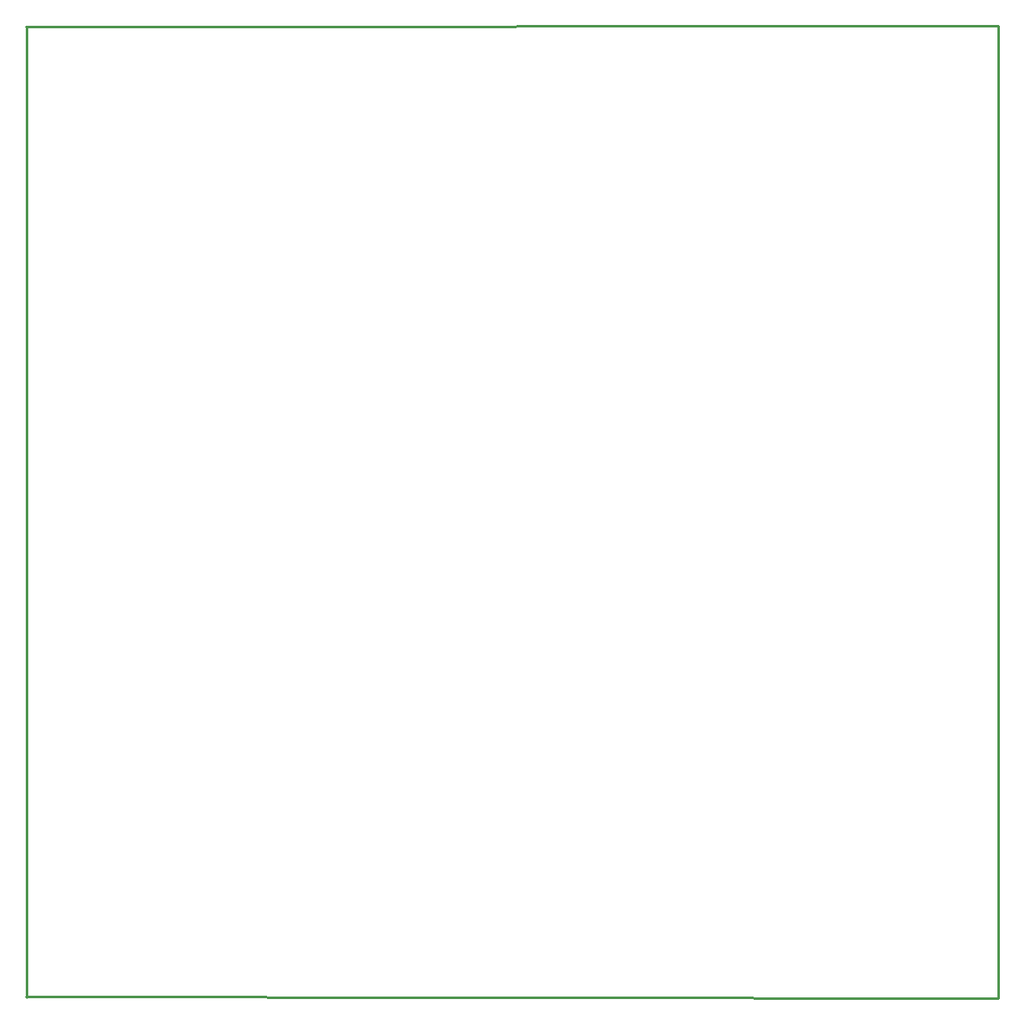
<source format=gm1>
G04 start of page 4 for group 2 idx 6 *
G04 Title: (unknown), outline *
G04 Creator: pcb 20110918 *
G04 CreationDate: Sat 10 May 2014 22:16:53 GMT UTC *
G04 For: ksarkies *
G04 Format: Gerber/RS-274X *
G04 PCB-Dimensions: 390000 390000 *
G04 PCB-Coordinate-Origin: lower left *
%MOIN*%
%FSLAX25Y25*%
%LNOUTLINE*%
%ADD73C,0.0100*%
G54D73*X200Y389500D02*X389800Y389700D01*
X389900Y389800D02*X390000Y0D01*
X400Y600D01*
X700Y500D02*X500Y389300D01*
M02*

</source>
